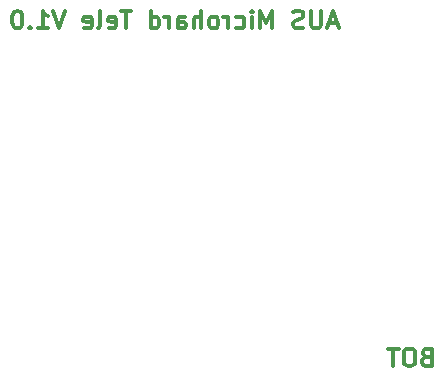
<source format=gbr>
G04 #@! TF.FileFunction,Legend,Bot*
%FSLAX46Y46*%
G04 Gerber Fmt 4.6, Leading zero omitted, Abs format (unit mm)*
G04 Created by KiCad (PCBNEW 4.0.2-stable) date 09/06/16 16:45:41*
%MOMM*%
G01*
G04 APERTURE LIST*
%ADD10C,0.100000*%
%ADD11C,0.300000*%
G04 APERTURE END LIST*
D10*
D11*
X187550000Y-155492857D02*
X187335714Y-155564286D01*
X187264286Y-155635714D01*
X187192857Y-155778571D01*
X187192857Y-155992857D01*
X187264286Y-156135714D01*
X187335714Y-156207143D01*
X187478572Y-156278571D01*
X188050000Y-156278571D01*
X188050000Y-154778571D01*
X187550000Y-154778571D01*
X187407143Y-154850000D01*
X187335714Y-154921429D01*
X187264286Y-155064286D01*
X187264286Y-155207143D01*
X187335714Y-155350000D01*
X187407143Y-155421429D01*
X187550000Y-155492857D01*
X188050000Y-155492857D01*
X186264286Y-154778571D02*
X185978572Y-154778571D01*
X185835714Y-154850000D01*
X185692857Y-154992857D01*
X185621429Y-155278571D01*
X185621429Y-155778571D01*
X185692857Y-156064286D01*
X185835714Y-156207143D01*
X185978572Y-156278571D01*
X186264286Y-156278571D01*
X186407143Y-156207143D01*
X186550000Y-156064286D01*
X186621429Y-155778571D01*
X186621429Y-155278571D01*
X186550000Y-154992857D01*
X186407143Y-154850000D01*
X186264286Y-154778571D01*
X185192857Y-154778571D02*
X184335714Y-154778571D01*
X184764285Y-156278571D02*
X184764285Y-154778571D01*
X179999999Y-127250000D02*
X179285713Y-127250000D01*
X180142856Y-127678571D02*
X179642856Y-126178571D01*
X179142856Y-127678571D01*
X178642856Y-126178571D02*
X178642856Y-127392857D01*
X178571428Y-127535714D01*
X178499999Y-127607143D01*
X178357142Y-127678571D01*
X178071428Y-127678571D01*
X177928570Y-127607143D01*
X177857142Y-127535714D01*
X177785713Y-127392857D01*
X177785713Y-126178571D01*
X177142856Y-127607143D02*
X176928570Y-127678571D01*
X176571427Y-127678571D01*
X176428570Y-127607143D01*
X176357141Y-127535714D01*
X176285713Y-127392857D01*
X176285713Y-127250000D01*
X176357141Y-127107143D01*
X176428570Y-127035714D01*
X176571427Y-126964286D01*
X176857141Y-126892857D01*
X176999999Y-126821429D01*
X177071427Y-126750000D01*
X177142856Y-126607143D01*
X177142856Y-126464286D01*
X177071427Y-126321429D01*
X176999999Y-126250000D01*
X176857141Y-126178571D01*
X176499999Y-126178571D01*
X176285713Y-126250000D01*
X174499999Y-127678571D02*
X174499999Y-126178571D01*
X173999999Y-127250000D01*
X173499999Y-126178571D01*
X173499999Y-127678571D01*
X172785713Y-127678571D02*
X172785713Y-126678571D01*
X172785713Y-126178571D02*
X172857142Y-126250000D01*
X172785713Y-126321429D01*
X172714285Y-126250000D01*
X172785713Y-126178571D01*
X172785713Y-126321429D01*
X171428570Y-127607143D02*
X171571427Y-127678571D01*
X171857141Y-127678571D01*
X171999999Y-127607143D01*
X172071427Y-127535714D01*
X172142856Y-127392857D01*
X172142856Y-126964286D01*
X172071427Y-126821429D01*
X171999999Y-126750000D01*
X171857141Y-126678571D01*
X171571427Y-126678571D01*
X171428570Y-126750000D01*
X170785713Y-127678571D02*
X170785713Y-126678571D01*
X170785713Y-126964286D02*
X170714285Y-126821429D01*
X170642856Y-126750000D01*
X170499999Y-126678571D01*
X170357142Y-126678571D01*
X169642856Y-127678571D02*
X169785714Y-127607143D01*
X169857142Y-127535714D01*
X169928571Y-127392857D01*
X169928571Y-126964286D01*
X169857142Y-126821429D01*
X169785714Y-126750000D01*
X169642856Y-126678571D01*
X169428571Y-126678571D01*
X169285714Y-126750000D01*
X169214285Y-126821429D01*
X169142856Y-126964286D01*
X169142856Y-127392857D01*
X169214285Y-127535714D01*
X169285714Y-127607143D01*
X169428571Y-127678571D01*
X169642856Y-127678571D01*
X168499999Y-127678571D02*
X168499999Y-126178571D01*
X167857142Y-127678571D02*
X167857142Y-126892857D01*
X167928571Y-126750000D01*
X168071428Y-126678571D01*
X168285713Y-126678571D01*
X168428571Y-126750000D01*
X168499999Y-126821429D01*
X166499999Y-127678571D02*
X166499999Y-126892857D01*
X166571428Y-126750000D01*
X166714285Y-126678571D01*
X166999999Y-126678571D01*
X167142856Y-126750000D01*
X166499999Y-127607143D02*
X166642856Y-127678571D01*
X166999999Y-127678571D01*
X167142856Y-127607143D01*
X167214285Y-127464286D01*
X167214285Y-127321429D01*
X167142856Y-127178571D01*
X166999999Y-127107143D01*
X166642856Y-127107143D01*
X166499999Y-127035714D01*
X165785713Y-127678571D02*
X165785713Y-126678571D01*
X165785713Y-126964286D02*
X165714285Y-126821429D01*
X165642856Y-126750000D01*
X165499999Y-126678571D01*
X165357142Y-126678571D01*
X164214285Y-127678571D02*
X164214285Y-126178571D01*
X164214285Y-127607143D02*
X164357142Y-127678571D01*
X164642856Y-127678571D01*
X164785714Y-127607143D01*
X164857142Y-127535714D01*
X164928571Y-127392857D01*
X164928571Y-126964286D01*
X164857142Y-126821429D01*
X164785714Y-126750000D01*
X164642856Y-126678571D01*
X164357142Y-126678571D01*
X164214285Y-126750000D01*
X162571428Y-126178571D02*
X161714285Y-126178571D01*
X162142856Y-127678571D02*
X162142856Y-126178571D01*
X160642857Y-127607143D02*
X160785714Y-127678571D01*
X161071428Y-127678571D01*
X161214285Y-127607143D01*
X161285714Y-127464286D01*
X161285714Y-126892857D01*
X161214285Y-126750000D01*
X161071428Y-126678571D01*
X160785714Y-126678571D01*
X160642857Y-126750000D01*
X160571428Y-126892857D01*
X160571428Y-127035714D01*
X161285714Y-127178571D01*
X159714285Y-127678571D02*
X159857143Y-127607143D01*
X159928571Y-127464286D01*
X159928571Y-126178571D01*
X158571429Y-127607143D02*
X158714286Y-127678571D01*
X159000000Y-127678571D01*
X159142857Y-127607143D01*
X159214286Y-127464286D01*
X159214286Y-126892857D01*
X159142857Y-126750000D01*
X159000000Y-126678571D01*
X158714286Y-126678571D01*
X158571429Y-126750000D01*
X158500000Y-126892857D01*
X158500000Y-127035714D01*
X159214286Y-127178571D01*
X156928572Y-126178571D02*
X156428572Y-127678571D01*
X155928572Y-126178571D01*
X154642858Y-127678571D02*
X155500001Y-127678571D01*
X155071429Y-127678571D02*
X155071429Y-126178571D01*
X155214286Y-126392857D01*
X155357144Y-126535714D01*
X155500001Y-126607143D01*
X154000001Y-127535714D02*
X153928573Y-127607143D01*
X154000001Y-127678571D01*
X154071430Y-127607143D01*
X154000001Y-127535714D01*
X154000001Y-127678571D01*
X153000001Y-126178571D02*
X152857144Y-126178571D01*
X152714287Y-126250000D01*
X152642858Y-126321429D01*
X152571429Y-126464286D01*
X152500001Y-126750000D01*
X152500001Y-127107143D01*
X152571429Y-127392857D01*
X152642858Y-127535714D01*
X152714287Y-127607143D01*
X152857144Y-127678571D01*
X153000001Y-127678571D01*
X153142858Y-127607143D01*
X153214287Y-127535714D01*
X153285715Y-127392857D01*
X153357144Y-127107143D01*
X153357144Y-126750000D01*
X153285715Y-126464286D01*
X153214287Y-126321429D01*
X153142858Y-126250000D01*
X153000001Y-126178571D01*
M02*

</source>
